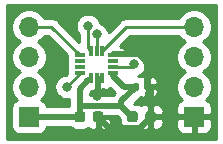
<source format=gbr>
%TF.GenerationSoftware,KiCad,Pcbnew,5.1.8-db9833491~87~ubuntu20.04.1*%
%TF.CreationDate,2020-11-21T16:44:56+09:00*%
%TF.ProjectId,ICM-42688-P_breakout,49434d2d-3432-4363-9838-2d505f627265,V1.0.0*%
%TF.SameCoordinates,Original*%
%TF.FileFunction,Copper,L1,Top*%
%TF.FilePolarity,Positive*%
%FSLAX46Y46*%
G04 Gerber Fmt 4.6, Leading zero omitted, Abs format (unit mm)*
G04 Created by KiCad (PCBNEW 5.1.8-db9833491~87~ubuntu20.04.1) date 2020-11-21 16:44:56*
%MOMM*%
%LPD*%
G01*
G04 APERTURE LIST*
%TA.AperFunction,ComponentPad*%
%ADD10O,1.700000X1.700000*%
%TD*%
%TA.AperFunction,ComponentPad*%
%ADD11R,1.700000X1.700000*%
%TD*%
%TA.AperFunction,SMDPad,CuDef*%
%ADD12R,0.300000X0.900000*%
%TD*%
%TA.AperFunction,SMDPad,CuDef*%
%ADD13R,0.900000X0.300000*%
%TD*%
%TA.AperFunction,ViaPad*%
%ADD14C,0.800000*%
%TD*%
%TA.AperFunction,Conductor*%
%ADD15C,0.250000*%
%TD*%
%TA.AperFunction,Conductor*%
%ADD16C,0.500000*%
%TD*%
%TA.AperFunction,Conductor*%
%ADD17C,0.254000*%
%TD*%
%TA.AperFunction,Conductor*%
%ADD18C,0.100000*%
%TD*%
G04 APERTURE END LIST*
D10*
%TO.P,J2,4*%
%TO.N,Net-(IC1-Pad12)*%
X142875000Y-86995000D03*
%TO.P,J2,3*%
%TO.N,Net-(IC1-Pad9)*%
X142875000Y-89535000D03*
%TO.P,J2,2*%
%TO.N,Net-(IC1-Pad4)*%
X142875000Y-92075000D03*
D11*
%TO.P,J2,1*%
%TO.N,Net-(C1-Pad2)*%
X142875000Y-94615000D03*
%TD*%
D10*
%TO.P,J1,4*%
%TO.N,Net-(IC1-Pad1)*%
X128905000Y-86995000D03*
%TO.P,J1,3*%
%TO.N,Net-(IC1-Pad14)*%
X128905000Y-89535000D03*
%TO.P,J1,2*%
%TO.N,Net-(IC1-Pad13)*%
X128905000Y-92075000D03*
D11*
%TO.P,J1,1*%
%TO.N,Net-(C1-Pad1)*%
X128905000Y-94615000D03*
%TD*%
%TO.P,C3,2*%
%TO.N,Net-(C1-Pad2)*%
%TA.AperFunction,SMDPad,CuDef*%
G36*
G01*
X138755000Y-94865000D02*
X138755000Y-94365000D01*
G75*
G02*
X138980000Y-94140000I225000J0D01*
G01*
X139430000Y-94140000D01*
G75*
G02*
X139655000Y-94365000I0J-225000D01*
G01*
X139655000Y-94865000D01*
G75*
G02*
X139430000Y-95090000I-225000J0D01*
G01*
X138980000Y-95090000D01*
G75*
G02*
X138755000Y-94865000I0J225000D01*
G01*
G37*
%TD.AperFunction*%
%TO.P,C3,1*%
%TO.N,Net-(C1-Pad1)*%
%TA.AperFunction,SMDPad,CuDef*%
G36*
G01*
X137205000Y-94865000D02*
X137205000Y-94365000D01*
G75*
G02*
X137430000Y-94140000I225000J0D01*
G01*
X137880000Y-94140000D01*
G75*
G02*
X138105000Y-94365000I0J-225000D01*
G01*
X138105000Y-94865000D01*
G75*
G02*
X137880000Y-95090000I-225000J0D01*
G01*
X137430000Y-95090000D01*
G75*
G02*
X137205000Y-94865000I0J225000D01*
G01*
G37*
%TD.AperFunction*%
%TD*%
%TO.P,C2,2*%
%TO.N,Net-(C1-Pad2)*%
%TA.AperFunction,SMDPad,CuDef*%
G36*
G01*
X138630000Y-92245000D02*
X138630000Y-91905000D01*
G75*
G02*
X138770000Y-91765000I140000J0D01*
G01*
X139050000Y-91765000D01*
G75*
G02*
X139190000Y-91905000I0J-140000D01*
G01*
X139190000Y-92245000D01*
G75*
G02*
X139050000Y-92385000I-140000J0D01*
G01*
X138770000Y-92385000D01*
G75*
G02*
X138630000Y-92245000I0J140000D01*
G01*
G37*
%TD.AperFunction*%
%TO.P,C2,1*%
%TO.N,Net-(C1-Pad1)*%
%TA.AperFunction,SMDPad,CuDef*%
G36*
G01*
X137670000Y-92245000D02*
X137670000Y-91905000D01*
G75*
G02*
X137810000Y-91765000I140000J0D01*
G01*
X138090000Y-91765000D01*
G75*
G02*
X138230000Y-91905000I0J-140000D01*
G01*
X138230000Y-92245000D01*
G75*
G02*
X138090000Y-92385000I-140000J0D01*
G01*
X137810000Y-92385000D01*
G75*
G02*
X137670000Y-92245000I0J140000D01*
G01*
G37*
%TD.AperFunction*%
%TD*%
%TO.P,C1,2*%
%TO.N,Net-(C1-Pad2)*%
%TA.AperFunction,SMDPad,CuDef*%
G36*
G01*
X134310000Y-94865000D02*
X134310000Y-94365000D01*
G75*
G02*
X134535000Y-94140000I225000J0D01*
G01*
X134985000Y-94140000D01*
G75*
G02*
X135210000Y-94365000I0J-225000D01*
G01*
X135210000Y-94865000D01*
G75*
G02*
X134985000Y-95090000I-225000J0D01*
G01*
X134535000Y-95090000D01*
G75*
G02*
X134310000Y-94865000I0J225000D01*
G01*
G37*
%TD.AperFunction*%
%TO.P,C1,1*%
%TO.N,Net-(C1-Pad1)*%
%TA.AperFunction,SMDPad,CuDef*%
G36*
G01*
X132760000Y-94865000D02*
X132760000Y-94365000D01*
G75*
G02*
X132985000Y-94140000I225000J0D01*
G01*
X133435000Y-94140000D01*
G75*
G02*
X133660000Y-94365000I0J-225000D01*
G01*
X133660000Y-94865000D01*
G75*
G02*
X133435000Y-95090000I-225000J0D01*
G01*
X132985000Y-95090000D01*
G75*
G02*
X132760000Y-94865000I0J225000D01*
G01*
G37*
%TD.AperFunction*%
%TD*%
D12*
%TO.P,IC1,14*%
%TO.N,Net-(IC1-Pad14)*%
X134120000Y-89020000D03*
%TO.P,IC1,13*%
%TO.N,Net-(IC1-Pad13)*%
X134620000Y-89020000D03*
%TO.P,IC1,12*%
%TO.N,Net-(IC1-Pad12)*%
X135120000Y-89020000D03*
D13*
%TO.P,IC1,11*%
%TO.N,Net-(C1-Pad2)*%
X136020000Y-89420000D03*
%TO.P,IC1,10*%
%TO.N,Net-(IC1-Pad10)*%
X136020000Y-89920000D03*
%TO.P,IC1,9*%
%TO.N,Net-(IC1-Pad9)*%
X136020000Y-90420000D03*
%TO.P,IC1,8*%
%TO.N,Net-(C1-Pad1)*%
X136020000Y-90920000D03*
D12*
%TO.P,IC1,7*%
%TO.N,Net-(C1-Pad2)*%
X135120000Y-91320000D03*
%TO.P,IC1,6*%
X134620000Y-91320000D03*
%TO.P,IC1,5*%
%TO.N,Net-(C1-Pad1)*%
X134120000Y-91320000D03*
D13*
%TO.P,IC1,4*%
%TO.N,Net-(IC1-Pad4)*%
X133220000Y-90920000D03*
%TO.P,IC1,3*%
%TO.N,Net-(IC1-Pad3)*%
X133220000Y-90420000D03*
%TO.P,IC1,2*%
%TO.N,Net-(IC1-Pad2)*%
X133220000Y-89920000D03*
%TO.P,IC1,1*%
%TO.N,Net-(IC1-Pad1)*%
X133220000Y-89420000D03*
%TD*%
D14*
%TO.N,Net-(IC1-Pad14)*%
X133912892Y-86905000D03*
%TO.N,Net-(IC1-Pad13)*%
X134620000Y-87630000D03*
%TO.N,Net-(IC1-Pad9)*%
X137795000Y-90170000D03*
%TO.N,Net-(IC1-Pad4)*%
X132080000Y-92075000D03*
%TO.N,Net-(C1-Pad2)*%
X134620000Y-92839990D03*
X136525000Y-85725000D03*
X131445000Y-93345000D03*
%TD*%
D15*
%TO.N,Net-(IC1-Pad14)*%
X133894999Y-87281999D02*
X133894999Y-88794999D01*
X133894999Y-88794999D02*
X134120000Y-89020000D01*
X133912892Y-87264106D02*
X133894999Y-87281999D01*
X133912892Y-86905000D02*
X133912892Y-87264106D01*
%TO.N,Net-(IC1-Pad13)*%
X134620000Y-87630000D02*
X134620000Y-89020000D01*
%TO.N,Net-(IC1-Pad12)*%
X137145000Y-86995000D02*
X135120000Y-89020000D01*
X142875000Y-86995000D02*
X137145000Y-86995000D01*
%TO.N,Net-(IC1-Pad9)*%
X137545000Y-90420000D02*
X136020000Y-90420000D01*
X137795000Y-90170000D02*
X137545000Y-90420000D01*
%TO.N,Net-(IC1-Pad4)*%
X133220000Y-90935000D02*
X132080000Y-92075000D01*
X133220000Y-90920000D02*
X133220000Y-90935000D01*
%TO.N,Net-(IC1-Pad1)*%
X130795000Y-86995000D02*
X133220000Y-89420000D01*
X128905000Y-86995000D02*
X130795000Y-86995000D01*
D16*
%TO.N,Net-(C1-Pad2)*%
X142875000Y-94615000D02*
X139205000Y-94615000D01*
X139205000Y-92370000D02*
X138910000Y-92075000D01*
X139205000Y-94615000D02*
X139205000Y-92370000D01*
X135685010Y-95540010D02*
X134760000Y-94615000D01*
X138279990Y-95540010D02*
X135685010Y-95540010D01*
X139205000Y-94615000D02*
X138279990Y-95540010D01*
X134720001Y-92739989D02*
X134720001Y-91320000D01*
X134620000Y-92839990D02*
X134720001Y-92739989D01*
X136830001Y-89319999D02*
X136020000Y-89319999D01*
X138203001Y-89319999D02*
X136830001Y-89319999D01*
X138910000Y-90026998D02*
X138203001Y-89319999D01*
X138910000Y-92075000D02*
X138910000Y-90026998D01*
%TO.N,Net-(C1-Pad1)*%
X128905000Y-94615000D02*
X133210000Y-94615000D01*
X133360010Y-93689990D02*
X133210000Y-93840000D01*
X136729990Y-93689990D02*
X133360010Y-93689990D01*
X137655000Y-94615000D02*
X136729990Y-93689990D01*
X133210000Y-94615000D02*
X133210000Y-93840000D01*
X136729990Y-93295010D02*
X137950000Y-92075000D01*
X136729990Y-93689990D02*
X136729990Y-93295010D01*
X137950000Y-92075000D02*
X136944999Y-92075000D01*
X136020000Y-91150001D02*
X136020000Y-91020001D01*
X136944999Y-92075000D02*
X136020000Y-91150001D01*
X133210000Y-94615000D02*
X133210000Y-92215000D01*
X133210000Y-92215000D02*
X133904999Y-91520001D01*
D15*
X133919999Y-91520001D02*
X134120000Y-91320000D01*
X133904999Y-91520001D02*
X133919999Y-91520001D01*
%TD*%
D17*
%TO.N,Net-(C1-Pad2)*%
X144755000Y-96495000D02*
X127025000Y-96495000D01*
X127025000Y-93765000D01*
X127416928Y-93765000D01*
X127416928Y-95465000D01*
X127429188Y-95589482D01*
X127465498Y-95709180D01*
X127524463Y-95819494D01*
X127603815Y-95916185D01*
X127700506Y-95995537D01*
X127810820Y-96054502D01*
X127930518Y-96090812D01*
X128055000Y-96103072D01*
X129755000Y-96103072D01*
X129879482Y-96090812D01*
X129999180Y-96054502D01*
X130109494Y-95995537D01*
X130206185Y-95916185D01*
X130285537Y-95819494D01*
X130344502Y-95709180D01*
X130380812Y-95589482D01*
X130389625Y-95500000D01*
X132404833Y-95500000D01*
X132505503Y-95582618D01*
X132654717Y-95662375D01*
X132816623Y-95711488D01*
X132985000Y-95728072D01*
X133435000Y-95728072D01*
X133603377Y-95711488D01*
X133765283Y-95662375D01*
X133911351Y-95584300D01*
X133955506Y-95620537D01*
X134065820Y-95679502D01*
X134185518Y-95715812D01*
X134310000Y-95728072D01*
X134474250Y-95725000D01*
X134633000Y-95566250D01*
X134633000Y-94742000D01*
X134887000Y-94742000D01*
X134887000Y-95566250D01*
X135045750Y-95725000D01*
X135210000Y-95728072D01*
X135334482Y-95715812D01*
X135454180Y-95679502D01*
X135564494Y-95620537D01*
X135661185Y-95541185D01*
X135740537Y-95444494D01*
X135799502Y-95334180D01*
X135835812Y-95214482D01*
X135848072Y-95090000D01*
X135845000Y-94900750D01*
X135686250Y-94742000D01*
X134887000Y-94742000D01*
X134633000Y-94742000D01*
X134613000Y-94742000D01*
X134613000Y-94574990D01*
X136363412Y-94574990D01*
X136566928Y-94778507D01*
X136566928Y-94865000D01*
X136583512Y-95033377D01*
X136632625Y-95195283D01*
X136712382Y-95344497D01*
X136819716Y-95475284D01*
X136950503Y-95582618D01*
X137099717Y-95662375D01*
X137261623Y-95711488D01*
X137430000Y-95728072D01*
X137880000Y-95728072D01*
X138048377Y-95711488D01*
X138210283Y-95662375D01*
X138356351Y-95584300D01*
X138400506Y-95620537D01*
X138510820Y-95679502D01*
X138630518Y-95715812D01*
X138755000Y-95728072D01*
X138919250Y-95725000D01*
X139078000Y-95566250D01*
X139078000Y-94742000D01*
X139332000Y-94742000D01*
X139332000Y-95566250D01*
X139490750Y-95725000D01*
X139655000Y-95728072D01*
X139779482Y-95715812D01*
X139899180Y-95679502D01*
X140009494Y-95620537D01*
X140106185Y-95541185D01*
X140168708Y-95465000D01*
X141386928Y-95465000D01*
X141399188Y-95589482D01*
X141435498Y-95709180D01*
X141494463Y-95819494D01*
X141573815Y-95916185D01*
X141670506Y-95995537D01*
X141780820Y-96054502D01*
X141900518Y-96090812D01*
X142025000Y-96103072D01*
X142589250Y-96100000D01*
X142748000Y-95941250D01*
X142748000Y-94742000D01*
X143002000Y-94742000D01*
X143002000Y-95941250D01*
X143160750Y-96100000D01*
X143725000Y-96103072D01*
X143849482Y-96090812D01*
X143969180Y-96054502D01*
X144079494Y-95995537D01*
X144176185Y-95916185D01*
X144255537Y-95819494D01*
X144314502Y-95709180D01*
X144350812Y-95589482D01*
X144363072Y-95465000D01*
X144360000Y-94900750D01*
X144201250Y-94742000D01*
X143002000Y-94742000D01*
X142748000Y-94742000D01*
X141548750Y-94742000D01*
X141390000Y-94900750D01*
X141386928Y-95465000D01*
X140168708Y-95465000D01*
X140185537Y-95444494D01*
X140244502Y-95334180D01*
X140280812Y-95214482D01*
X140293072Y-95090000D01*
X140290000Y-94900750D01*
X140131250Y-94742000D01*
X139332000Y-94742000D01*
X139078000Y-94742000D01*
X139058000Y-94742000D01*
X139058000Y-94488000D01*
X139078000Y-94488000D01*
X139078000Y-93663750D01*
X139332000Y-93663750D01*
X139332000Y-94488000D01*
X140131250Y-94488000D01*
X140290000Y-94329250D01*
X140293072Y-94140000D01*
X140280812Y-94015518D01*
X140244502Y-93895820D01*
X140185537Y-93785506D01*
X140106185Y-93688815D01*
X140009494Y-93609463D01*
X139899180Y-93550498D01*
X139779482Y-93514188D01*
X139655000Y-93501928D01*
X139490750Y-93505000D01*
X139332000Y-93663750D01*
X139078000Y-93663750D01*
X138919250Y-93505000D01*
X138755000Y-93501928D01*
X138630518Y-93514188D01*
X138510820Y-93550498D01*
X138400506Y-93609463D01*
X138356351Y-93645700D01*
X138210283Y-93567625D01*
X138048377Y-93518512D01*
X137880000Y-93501928D01*
X137793506Y-93501928D01*
X137784078Y-93492500D01*
X138280067Y-92996512D01*
X138373491Y-92968172D01*
X138383122Y-92973377D01*
X138502652Y-93010235D01*
X138624250Y-93020000D01*
X138783000Y-92861250D01*
X138783000Y-92591108D01*
X138808845Y-92542755D01*
X138853122Y-92396794D01*
X138868072Y-92245000D01*
X138868072Y-92202000D01*
X139037000Y-92202000D01*
X139037000Y-92861250D01*
X139195750Y-93020000D01*
X139317348Y-93010235D01*
X139436878Y-92973377D01*
X139546921Y-92913908D01*
X139643247Y-92834113D01*
X139722156Y-92737059D01*
X139780614Y-92626476D01*
X139816375Y-92506613D01*
X139828065Y-92382077D01*
X139825000Y-92360750D01*
X139666250Y-92202000D01*
X139037000Y-92202000D01*
X138868072Y-92202000D01*
X138868072Y-91905000D01*
X138853122Y-91753206D01*
X138808845Y-91607245D01*
X138783000Y-91558892D01*
X138783000Y-91288750D01*
X139037000Y-91288750D01*
X139037000Y-91948000D01*
X139666250Y-91948000D01*
X139825000Y-91789250D01*
X139828065Y-91767923D01*
X139816375Y-91643387D01*
X139780614Y-91523524D01*
X139722156Y-91412941D01*
X139643247Y-91315887D01*
X139546921Y-91236092D01*
X139436878Y-91176623D01*
X139317348Y-91139765D01*
X139195750Y-91130000D01*
X139037000Y-91288750D01*
X138783000Y-91288750D01*
X138624250Y-91130000D01*
X138502652Y-91139765D01*
X138383122Y-91176623D01*
X138373491Y-91181828D01*
X138241794Y-91141878D01*
X138170271Y-91134834D01*
X138285256Y-91087205D01*
X138454774Y-90973937D01*
X138598937Y-90829774D01*
X138712205Y-90660256D01*
X138790226Y-90471898D01*
X138830000Y-90271939D01*
X138830000Y-90068061D01*
X138790226Y-89868102D01*
X138712205Y-89679744D01*
X138598937Y-89510226D01*
X138454774Y-89366063D01*
X138285256Y-89252795D01*
X138096898Y-89174774D01*
X137896939Y-89135000D01*
X137693061Y-89135000D01*
X137493102Y-89174774D01*
X137304744Y-89252795D01*
X137135226Y-89366063D01*
X137105000Y-89396289D01*
X137105000Y-89292998D01*
X137050252Y-89292998D01*
X137105000Y-89238250D01*
X137093104Y-89132603D01*
X137054326Y-89013682D01*
X136993093Y-88904611D01*
X136911758Y-88809581D01*
X136813447Y-88732245D01*
X136701937Y-88675575D01*
X136581514Y-88641748D01*
X136573664Y-88641138D01*
X137459803Y-87755000D01*
X141596822Y-87755000D01*
X141721525Y-87941632D01*
X141928368Y-88148475D01*
X142102760Y-88265000D01*
X141928368Y-88381525D01*
X141721525Y-88588368D01*
X141559010Y-88831589D01*
X141447068Y-89101842D01*
X141390000Y-89388740D01*
X141390000Y-89681260D01*
X141447068Y-89968158D01*
X141559010Y-90238411D01*
X141721525Y-90481632D01*
X141928368Y-90688475D01*
X142102760Y-90805000D01*
X141928368Y-90921525D01*
X141721525Y-91128368D01*
X141559010Y-91371589D01*
X141447068Y-91641842D01*
X141390000Y-91928740D01*
X141390000Y-92221260D01*
X141447068Y-92508158D01*
X141559010Y-92778411D01*
X141721525Y-93021632D01*
X141853380Y-93153487D01*
X141780820Y-93175498D01*
X141670506Y-93234463D01*
X141573815Y-93313815D01*
X141494463Y-93410506D01*
X141435498Y-93520820D01*
X141399188Y-93640518D01*
X141386928Y-93765000D01*
X141390000Y-94329250D01*
X141548750Y-94488000D01*
X142748000Y-94488000D01*
X142748000Y-94468000D01*
X143002000Y-94468000D01*
X143002000Y-94488000D01*
X144201250Y-94488000D01*
X144360000Y-94329250D01*
X144363072Y-93765000D01*
X144350812Y-93640518D01*
X144314502Y-93520820D01*
X144255537Y-93410506D01*
X144176185Y-93313815D01*
X144079494Y-93234463D01*
X143969180Y-93175498D01*
X143896620Y-93153487D01*
X144028475Y-93021632D01*
X144190990Y-92778411D01*
X144302932Y-92508158D01*
X144360000Y-92221260D01*
X144360000Y-91928740D01*
X144302932Y-91641842D01*
X144190990Y-91371589D01*
X144028475Y-91128368D01*
X143821632Y-90921525D01*
X143647240Y-90805000D01*
X143821632Y-90688475D01*
X144028475Y-90481632D01*
X144190990Y-90238411D01*
X144302932Y-89968158D01*
X144360000Y-89681260D01*
X144360000Y-89388740D01*
X144302932Y-89101842D01*
X144190990Y-88831589D01*
X144028475Y-88588368D01*
X143821632Y-88381525D01*
X143647240Y-88265000D01*
X143821632Y-88148475D01*
X144028475Y-87941632D01*
X144190990Y-87698411D01*
X144302932Y-87428158D01*
X144360000Y-87141260D01*
X144360000Y-86848740D01*
X144302932Y-86561842D01*
X144190990Y-86291589D01*
X144028475Y-86048368D01*
X143821632Y-85841525D01*
X143578411Y-85679010D01*
X143308158Y-85567068D01*
X143021260Y-85510000D01*
X142728740Y-85510000D01*
X142441842Y-85567068D01*
X142171589Y-85679010D01*
X141928368Y-85841525D01*
X141721525Y-86048368D01*
X141596822Y-86235000D01*
X137182322Y-86235000D01*
X137144999Y-86231324D01*
X137107676Y-86235000D01*
X137107667Y-86235000D01*
X136996014Y-86245997D01*
X136852753Y-86289454D01*
X136720724Y-86360026D01*
X136704685Y-86373189D01*
X136633996Y-86431201D01*
X136633992Y-86431205D01*
X136604999Y-86454999D01*
X136581205Y-86483992D01*
X135635445Y-87429753D01*
X135615226Y-87328102D01*
X135537205Y-87139744D01*
X135423937Y-86970226D01*
X135279774Y-86826063D01*
X135110256Y-86712795D01*
X134921898Y-86634774D01*
X134914110Y-86633225D01*
X134908118Y-86603102D01*
X134830097Y-86414744D01*
X134716829Y-86245226D01*
X134572666Y-86101063D01*
X134403148Y-85987795D01*
X134214790Y-85909774D01*
X134014831Y-85870000D01*
X133810953Y-85870000D01*
X133610994Y-85909774D01*
X133422636Y-85987795D01*
X133253118Y-86101063D01*
X133108955Y-86245226D01*
X132995687Y-86414744D01*
X132917666Y-86603102D01*
X132877892Y-86803061D01*
X132877892Y-87006939D01*
X132917666Y-87206898D01*
X132995687Y-87395256D01*
X133108955Y-87564774D01*
X133134999Y-87590818D01*
X133135000Y-88260198D01*
X131358804Y-86484003D01*
X131335001Y-86454999D01*
X131219276Y-86360026D01*
X131087247Y-86289454D01*
X130943986Y-86245997D01*
X130832333Y-86235000D01*
X130832322Y-86235000D01*
X130795000Y-86231324D01*
X130757678Y-86235000D01*
X130183178Y-86235000D01*
X130058475Y-86048368D01*
X129851632Y-85841525D01*
X129608411Y-85679010D01*
X129338158Y-85567068D01*
X129051260Y-85510000D01*
X128758740Y-85510000D01*
X128471842Y-85567068D01*
X128201589Y-85679010D01*
X127958368Y-85841525D01*
X127751525Y-86048368D01*
X127589010Y-86291589D01*
X127477068Y-86561842D01*
X127420000Y-86848740D01*
X127420000Y-87141260D01*
X127477068Y-87428158D01*
X127589010Y-87698411D01*
X127751525Y-87941632D01*
X127958368Y-88148475D01*
X128132760Y-88265000D01*
X127958368Y-88381525D01*
X127751525Y-88588368D01*
X127589010Y-88831589D01*
X127477068Y-89101842D01*
X127420000Y-89388740D01*
X127420000Y-89681260D01*
X127477068Y-89968158D01*
X127589010Y-90238411D01*
X127751525Y-90481632D01*
X127958368Y-90688475D01*
X128132760Y-90805000D01*
X127958368Y-90921525D01*
X127751525Y-91128368D01*
X127589010Y-91371589D01*
X127477068Y-91641842D01*
X127420000Y-91928740D01*
X127420000Y-92221260D01*
X127477068Y-92508158D01*
X127589010Y-92778411D01*
X127751525Y-93021632D01*
X127883380Y-93153487D01*
X127810820Y-93175498D01*
X127700506Y-93234463D01*
X127603815Y-93313815D01*
X127524463Y-93410506D01*
X127465498Y-93520820D01*
X127429188Y-93640518D01*
X127416928Y-93765000D01*
X127025000Y-93765000D01*
X127025000Y-85115000D01*
X144755001Y-85115000D01*
X144755000Y-96495000D01*
%TA.AperFunction,Conductor*%
D18*
G36*
X144755000Y-96495000D02*
G01*
X127025000Y-96495000D01*
X127025000Y-93765000D01*
X127416928Y-93765000D01*
X127416928Y-95465000D01*
X127429188Y-95589482D01*
X127465498Y-95709180D01*
X127524463Y-95819494D01*
X127603815Y-95916185D01*
X127700506Y-95995537D01*
X127810820Y-96054502D01*
X127930518Y-96090812D01*
X128055000Y-96103072D01*
X129755000Y-96103072D01*
X129879482Y-96090812D01*
X129999180Y-96054502D01*
X130109494Y-95995537D01*
X130206185Y-95916185D01*
X130285537Y-95819494D01*
X130344502Y-95709180D01*
X130380812Y-95589482D01*
X130389625Y-95500000D01*
X132404833Y-95500000D01*
X132505503Y-95582618D01*
X132654717Y-95662375D01*
X132816623Y-95711488D01*
X132985000Y-95728072D01*
X133435000Y-95728072D01*
X133603377Y-95711488D01*
X133765283Y-95662375D01*
X133911351Y-95584300D01*
X133955506Y-95620537D01*
X134065820Y-95679502D01*
X134185518Y-95715812D01*
X134310000Y-95728072D01*
X134474250Y-95725000D01*
X134633000Y-95566250D01*
X134633000Y-94742000D01*
X134887000Y-94742000D01*
X134887000Y-95566250D01*
X135045750Y-95725000D01*
X135210000Y-95728072D01*
X135334482Y-95715812D01*
X135454180Y-95679502D01*
X135564494Y-95620537D01*
X135661185Y-95541185D01*
X135740537Y-95444494D01*
X135799502Y-95334180D01*
X135835812Y-95214482D01*
X135848072Y-95090000D01*
X135845000Y-94900750D01*
X135686250Y-94742000D01*
X134887000Y-94742000D01*
X134633000Y-94742000D01*
X134613000Y-94742000D01*
X134613000Y-94574990D01*
X136363412Y-94574990D01*
X136566928Y-94778507D01*
X136566928Y-94865000D01*
X136583512Y-95033377D01*
X136632625Y-95195283D01*
X136712382Y-95344497D01*
X136819716Y-95475284D01*
X136950503Y-95582618D01*
X137099717Y-95662375D01*
X137261623Y-95711488D01*
X137430000Y-95728072D01*
X137880000Y-95728072D01*
X138048377Y-95711488D01*
X138210283Y-95662375D01*
X138356351Y-95584300D01*
X138400506Y-95620537D01*
X138510820Y-95679502D01*
X138630518Y-95715812D01*
X138755000Y-95728072D01*
X138919250Y-95725000D01*
X139078000Y-95566250D01*
X139078000Y-94742000D01*
X139332000Y-94742000D01*
X139332000Y-95566250D01*
X139490750Y-95725000D01*
X139655000Y-95728072D01*
X139779482Y-95715812D01*
X139899180Y-95679502D01*
X140009494Y-95620537D01*
X140106185Y-95541185D01*
X140168708Y-95465000D01*
X141386928Y-95465000D01*
X141399188Y-95589482D01*
X141435498Y-95709180D01*
X141494463Y-95819494D01*
X141573815Y-95916185D01*
X141670506Y-95995537D01*
X141780820Y-96054502D01*
X141900518Y-96090812D01*
X142025000Y-96103072D01*
X142589250Y-96100000D01*
X142748000Y-95941250D01*
X142748000Y-94742000D01*
X143002000Y-94742000D01*
X143002000Y-95941250D01*
X143160750Y-96100000D01*
X143725000Y-96103072D01*
X143849482Y-96090812D01*
X143969180Y-96054502D01*
X144079494Y-95995537D01*
X144176185Y-95916185D01*
X144255537Y-95819494D01*
X144314502Y-95709180D01*
X144350812Y-95589482D01*
X144363072Y-95465000D01*
X144360000Y-94900750D01*
X144201250Y-94742000D01*
X143002000Y-94742000D01*
X142748000Y-94742000D01*
X141548750Y-94742000D01*
X141390000Y-94900750D01*
X141386928Y-95465000D01*
X140168708Y-95465000D01*
X140185537Y-95444494D01*
X140244502Y-95334180D01*
X140280812Y-95214482D01*
X140293072Y-95090000D01*
X140290000Y-94900750D01*
X140131250Y-94742000D01*
X139332000Y-94742000D01*
X139078000Y-94742000D01*
X139058000Y-94742000D01*
X139058000Y-94488000D01*
X139078000Y-94488000D01*
X139078000Y-93663750D01*
X139332000Y-93663750D01*
X139332000Y-94488000D01*
X140131250Y-94488000D01*
X140290000Y-94329250D01*
X140293072Y-94140000D01*
X140280812Y-94015518D01*
X140244502Y-93895820D01*
X140185537Y-93785506D01*
X140106185Y-93688815D01*
X140009494Y-93609463D01*
X139899180Y-93550498D01*
X139779482Y-93514188D01*
X139655000Y-93501928D01*
X139490750Y-93505000D01*
X139332000Y-93663750D01*
X139078000Y-93663750D01*
X138919250Y-93505000D01*
X138755000Y-93501928D01*
X138630518Y-93514188D01*
X138510820Y-93550498D01*
X138400506Y-93609463D01*
X138356351Y-93645700D01*
X138210283Y-93567625D01*
X138048377Y-93518512D01*
X137880000Y-93501928D01*
X137793506Y-93501928D01*
X137784078Y-93492500D01*
X138280067Y-92996512D01*
X138373491Y-92968172D01*
X138383122Y-92973377D01*
X138502652Y-93010235D01*
X138624250Y-93020000D01*
X138783000Y-92861250D01*
X138783000Y-92591108D01*
X138808845Y-92542755D01*
X138853122Y-92396794D01*
X138868072Y-92245000D01*
X138868072Y-92202000D01*
X139037000Y-92202000D01*
X139037000Y-92861250D01*
X139195750Y-93020000D01*
X139317348Y-93010235D01*
X139436878Y-92973377D01*
X139546921Y-92913908D01*
X139643247Y-92834113D01*
X139722156Y-92737059D01*
X139780614Y-92626476D01*
X139816375Y-92506613D01*
X139828065Y-92382077D01*
X139825000Y-92360750D01*
X139666250Y-92202000D01*
X139037000Y-92202000D01*
X138868072Y-92202000D01*
X138868072Y-91905000D01*
X138853122Y-91753206D01*
X138808845Y-91607245D01*
X138783000Y-91558892D01*
X138783000Y-91288750D01*
X139037000Y-91288750D01*
X139037000Y-91948000D01*
X139666250Y-91948000D01*
X139825000Y-91789250D01*
X139828065Y-91767923D01*
X139816375Y-91643387D01*
X139780614Y-91523524D01*
X139722156Y-91412941D01*
X139643247Y-91315887D01*
X139546921Y-91236092D01*
X139436878Y-91176623D01*
X139317348Y-91139765D01*
X139195750Y-91130000D01*
X139037000Y-91288750D01*
X138783000Y-91288750D01*
X138624250Y-91130000D01*
X138502652Y-91139765D01*
X138383122Y-91176623D01*
X138373491Y-91181828D01*
X138241794Y-91141878D01*
X138170271Y-91134834D01*
X138285256Y-91087205D01*
X138454774Y-90973937D01*
X138598937Y-90829774D01*
X138712205Y-90660256D01*
X138790226Y-90471898D01*
X138830000Y-90271939D01*
X138830000Y-90068061D01*
X138790226Y-89868102D01*
X138712205Y-89679744D01*
X138598937Y-89510226D01*
X138454774Y-89366063D01*
X138285256Y-89252795D01*
X138096898Y-89174774D01*
X137896939Y-89135000D01*
X137693061Y-89135000D01*
X137493102Y-89174774D01*
X137304744Y-89252795D01*
X137135226Y-89366063D01*
X137105000Y-89396289D01*
X137105000Y-89292998D01*
X137050252Y-89292998D01*
X137105000Y-89238250D01*
X137093104Y-89132603D01*
X137054326Y-89013682D01*
X136993093Y-88904611D01*
X136911758Y-88809581D01*
X136813447Y-88732245D01*
X136701937Y-88675575D01*
X136581514Y-88641748D01*
X136573664Y-88641138D01*
X137459803Y-87755000D01*
X141596822Y-87755000D01*
X141721525Y-87941632D01*
X141928368Y-88148475D01*
X142102760Y-88265000D01*
X141928368Y-88381525D01*
X141721525Y-88588368D01*
X141559010Y-88831589D01*
X141447068Y-89101842D01*
X141390000Y-89388740D01*
X141390000Y-89681260D01*
X141447068Y-89968158D01*
X141559010Y-90238411D01*
X141721525Y-90481632D01*
X141928368Y-90688475D01*
X142102760Y-90805000D01*
X141928368Y-90921525D01*
X141721525Y-91128368D01*
X141559010Y-91371589D01*
X141447068Y-91641842D01*
X141390000Y-91928740D01*
X141390000Y-92221260D01*
X141447068Y-92508158D01*
X141559010Y-92778411D01*
X141721525Y-93021632D01*
X141853380Y-93153487D01*
X141780820Y-93175498D01*
X141670506Y-93234463D01*
X141573815Y-93313815D01*
X141494463Y-93410506D01*
X141435498Y-93520820D01*
X141399188Y-93640518D01*
X141386928Y-93765000D01*
X141390000Y-94329250D01*
X141548750Y-94488000D01*
X142748000Y-94488000D01*
X142748000Y-94468000D01*
X143002000Y-94468000D01*
X143002000Y-94488000D01*
X144201250Y-94488000D01*
X144360000Y-94329250D01*
X144363072Y-93765000D01*
X144350812Y-93640518D01*
X144314502Y-93520820D01*
X144255537Y-93410506D01*
X144176185Y-93313815D01*
X144079494Y-93234463D01*
X143969180Y-93175498D01*
X143896620Y-93153487D01*
X144028475Y-93021632D01*
X144190990Y-92778411D01*
X144302932Y-92508158D01*
X144360000Y-92221260D01*
X144360000Y-91928740D01*
X144302932Y-91641842D01*
X144190990Y-91371589D01*
X144028475Y-91128368D01*
X143821632Y-90921525D01*
X143647240Y-90805000D01*
X143821632Y-90688475D01*
X144028475Y-90481632D01*
X144190990Y-90238411D01*
X144302932Y-89968158D01*
X144360000Y-89681260D01*
X144360000Y-89388740D01*
X144302932Y-89101842D01*
X144190990Y-88831589D01*
X144028475Y-88588368D01*
X143821632Y-88381525D01*
X143647240Y-88265000D01*
X143821632Y-88148475D01*
X144028475Y-87941632D01*
X144190990Y-87698411D01*
X144302932Y-87428158D01*
X144360000Y-87141260D01*
X144360000Y-86848740D01*
X144302932Y-86561842D01*
X144190990Y-86291589D01*
X144028475Y-86048368D01*
X143821632Y-85841525D01*
X143578411Y-85679010D01*
X143308158Y-85567068D01*
X143021260Y-85510000D01*
X142728740Y-85510000D01*
X142441842Y-85567068D01*
X142171589Y-85679010D01*
X141928368Y-85841525D01*
X141721525Y-86048368D01*
X141596822Y-86235000D01*
X137182322Y-86235000D01*
X137144999Y-86231324D01*
X137107676Y-86235000D01*
X137107667Y-86235000D01*
X136996014Y-86245997D01*
X136852753Y-86289454D01*
X136720724Y-86360026D01*
X136704685Y-86373189D01*
X136633996Y-86431201D01*
X136633992Y-86431205D01*
X136604999Y-86454999D01*
X136581205Y-86483992D01*
X135635445Y-87429753D01*
X135615226Y-87328102D01*
X135537205Y-87139744D01*
X135423937Y-86970226D01*
X135279774Y-86826063D01*
X135110256Y-86712795D01*
X134921898Y-86634774D01*
X134914110Y-86633225D01*
X134908118Y-86603102D01*
X134830097Y-86414744D01*
X134716829Y-86245226D01*
X134572666Y-86101063D01*
X134403148Y-85987795D01*
X134214790Y-85909774D01*
X134014831Y-85870000D01*
X133810953Y-85870000D01*
X133610994Y-85909774D01*
X133422636Y-85987795D01*
X133253118Y-86101063D01*
X133108955Y-86245226D01*
X132995687Y-86414744D01*
X132917666Y-86603102D01*
X132877892Y-86803061D01*
X132877892Y-87006939D01*
X132917666Y-87206898D01*
X132995687Y-87395256D01*
X133108955Y-87564774D01*
X133134999Y-87590818D01*
X133135000Y-88260198D01*
X131358804Y-86484003D01*
X131335001Y-86454999D01*
X131219276Y-86360026D01*
X131087247Y-86289454D01*
X130943986Y-86245997D01*
X130832333Y-86235000D01*
X130832322Y-86235000D01*
X130795000Y-86231324D01*
X130757678Y-86235000D01*
X130183178Y-86235000D01*
X130058475Y-86048368D01*
X129851632Y-85841525D01*
X129608411Y-85679010D01*
X129338158Y-85567068D01*
X129051260Y-85510000D01*
X128758740Y-85510000D01*
X128471842Y-85567068D01*
X128201589Y-85679010D01*
X127958368Y-85841525D01*
X127751525Y-86048368D01*
X127589010Y-86291589D01*
X127477068Y-86561842D01*
X127420000Y-86848740D01*
X127420000Y-87141260D01*
X127477068Y-87428158D01*
X127589010Y-87698411D01*
X127751525Y-87941632D01*
X127958368Y-88148475D01*
X128132760Y-88265000D01*
X127958368Y-88381525D01*
X127751525Y-88588368D01*
X127589010Y-88831589D01*
X127477068Y-89101842D01*
X127420000Y-89388740D01*
X127420000Y-89681260D01*
X127477068Y-89968158D01*
X127589010Y-90238411D01*
X127751525Y-90481632D01*
X127958368Y-90688475D01*
X128132760Y-90805000D01*
X127958368Y-90921525D01*
X127751525Y-91128368D01*
X127589010Y-91371589D01*
X127477068Y-91641842D01*
X127420000Y-91928740D01*
X127420000Y-92221260D01*
X127477068Y-92508158D01*
X127589010Y-92778411D01*
X127751525Y-93021632D01*
X127883380Y-93153487D01*
X127810820Y-93175498D01*
X127700506Y-93234463D01*
X127603815Y-93313815D01*
X127524463Y-93410506D01*
X127465498Y-93520820D01*
X127429188Y-93640518D01*
X127416928Y-93765000D01*
X127025000Y-93765000D01*
X127025000Y-85115000D01*
X144755001Y-85115000D01*
X144755000Y-96495000D01*
G37*
%TD.AperFunction*%
D17*
X132131928Y-89406730D02*
X132131928Y-89570000D01*
X132141777Y-89670000D01*
X132131928Y-89770000D01*
X132131928Y-90070000D01*
X132141777Y-90170000D01*
X132131928Y-90270000D01*
X132131928Y-90570000D01*
X132141777Y-90670000D01*
X132131928Y-90770000D01*
X132131928Y-90948270D01*
X132040198Y-91040000D01*
X131978061Y-91040000D01*
X131778102Y-91079774D01*
X131589744Y-91157795D01*
X131420226Y-91271063D01*
X131276063Y-91415226D01*
X131162795Y-91584744D01*
X131084774Y-91773102D01*
X131045000Y-91973061D01*
X131045000Y-92176939D01*
X131084774Y-92376898D01*
X131162795Y-92565256D01*
X131276063Y-92734774D01*
X131420226Y-92878937D01*
X131589744Y-92992205D01*
X131778102Y-93070226D01*
X131978061Y-93110000D01*
X132181939Y-93110000D01*
X132325001Y-93081543D01*
X132325000Y-93730000D01*
X130389625Y-93730000D01*
X130380812Y-93640518D01*
X130344502Y-93520820D01*
X130285537Y-93410506D01*
X130206185Y-93313815D01*
X130109494Y-93234463D01*
X129999180Y-93175498D01*
X129926620Y-93153487D01*
X130058475Y-93021632D01*
X130220990Y-92778411D01*
X130332932Y-92508158D01*
X130390000Y-92221260D01*
X130390000Y-91928740D01*
X130332932Y-91641842D01*
X130220990Y-91371589D01*
X130058475Y-91128368D01*
X129851632Y-90921525D01*
X129677240Y-90805000D01*
X129851632Y-90688475D01*
X130058475Y-90481632D01*
X130220990Y-90238411D01*
X130332932Y-89968158D01*
X130390000Y-89681260D01*
X130390000Y-89388740D01*
X130332932Y-89101842D01*
X130220990Y-88831589D01*
X130058475Y-88588368D01*
X129851632Y-88381525D01*
X129677240Y-88265000D01*
X129851632Y-88148475D01*
X130058475Y-87941632D01*
X130183178Y-87755000D01*
X130480199Y-87755000D01*
X132131928Y-89406730D01*
%TA.AperFunction,Conductor*%
D18*
G36*
X132131928Y-89406730D02*
G01*
X132131928Y-89570000D01*
X132141777Y-89670000D01*
X132131928Y-89770000D01*
X132131928Y-90070000D01*
X132141777Y-90170000D01*
X132131928Y-90270000D01*
X132131928Y-90570000D01*
X132141777Y-90670000D01*
X132131928Y-90770000D01*
X132131928Y-90948270D01*
X132040198Y-91040000D01*
X131978061Y-91040000D01*
X131778102Y-91079774D01*
X131589744Y-91157795D01*
X131420226Y-91271063D01*
X131276063Y-91415226D01*
X131162795Y-91584744D01*
X131084774Y-91773102D01*
X131045000Y-91973061D01*
X131045000Y-92176939D01*
X131084774Y-92376898D01*
X131162795Y-92565256D01*
X131276063Y-92734774D01*
X131420226Y-92878937D01*
X131589744Y-92992205D01*
X131778102Y-93070226D01*
X131978061Y-93110000D01*
X132181939Y-93110000D01*
X132325001Y-93081543D01*
X132325000Y-93730000D01*
X130389625Y-93730000D01*
X130380812Y-93640518D01*
X130344502Y-93520820D01*
X130285537Y-93410506D01*
X130206185Y-93313815D01*
X130109494Y-93234463D01*
X129999180Y-93175498D01*
X129926620Y-93153487D01*
X130058475Y-93021632D01*
X130220990Y-92778411D01*
X130332932Y-92508158D01*
X130390000Y-92221260D01*
X130390000Y-91928740D01*
X130332932Y-91641842D01*
X130220990Y-91371589D01*
X130058475Y-91128368D01*
X129851632Y-90921525D01*
X129677240Y-90805000D01*
X129851632Y-90688475D01*
X130058475Y-90481632D01*
X130220990Y-90238411D01*
X130332932Y-89968158D01*
X130390000Y-89681260D01*
X130390000Y-89388740D01*
X130332932Y-89101842D01*
X130220990Y-88831589D01*
X130058475Y-88588368D01*
X129851632Y-88381525D01*
X129677240Y-88265000D01*
X129851632Y-88148475D01*
X130058475Y-87941632D01*
X130183178Y-87755000D01*
X130480199Y-87755000D01*
X132131928Y-89406730D01*
G37*
%TD.AperFunction*%
D17*
X136195921Y-92577501D02*
X136134941Y-92638481D01*
X136101174Y-92666193D01*
X135990579Y-92800951D01*
X135988420Y-92804990D01*
X134095000Y-92804990D01*
X134095000Y-92581578D01*
X134268507Y-92408072D01*
X134270000Y-92408072D01*
X134374303Y-92397799D01*
X134438250Y-92405000D01*
X134470497Y-92372753D01*
X134514180Y-92359502D01*
X134621101Y-92302351D01*
X134713682Y-92354326D01*
X134769169Y-92372419D01*
X134801750Y-92405000D01*
X134870000Y-92397315D01*
X134938250Y-92405000D01*
X134970831Y-92372419D01*
X135026318Y-92354326D01*
X135135389Y-92293093D01*
X135164730Y-92267980D01*
X135301750Y-92405000D01*
X135407397Y-92393104D01*
X135526318Y-92354326D01*
X135635389Y-92293093D01*
X135730419Y-92211758D01*
X135774342Y-92155922D01*
X136195921Y-92577501D01*
%TA.AperFunction,Conductor*%
D18*
G36*
X136195921Y-92577501D02*
G01*
X136134941Y-92638481D01*
X136101174Y-92666193D01*
X135990579Y-92800951D01*
X135988420Y-92804990D01*
X134095000Y-92804990D01*
X134095000Y-92581578D01*
X134268507Y-92408072D01*
X134270000Y-92408072D01*
X134374303Y-92397799D01*
X134438250Y-92405000D01*
X134470497Y-92372753D01*
X134514180Y-92359502D01*
X134621101Y-92302351D01*
X134713682Y-92354326D01*
X134769169Y-92372419D01*
X134801750Y-92405000D01*
X134870000Y-92397315D01*
X134938250Y-92405000D01*
X134970831Y-92372419D01*
X135026318Y-92354326D01*
X135135389Y-92293093D01*
X135164730Y-92267980D01*
X135301750Y-92405000D01*
X135407397Y-92393104D01*
X135526318Y-92354326D01*
X135635389Y-92293093D01*
X135730419Y-92211758D01*
X135774342Y-92155922D01*
X136195921Y-92577501D01*
G37*
%TD.AperFunction*%
%TD*%
M02*

</source>
